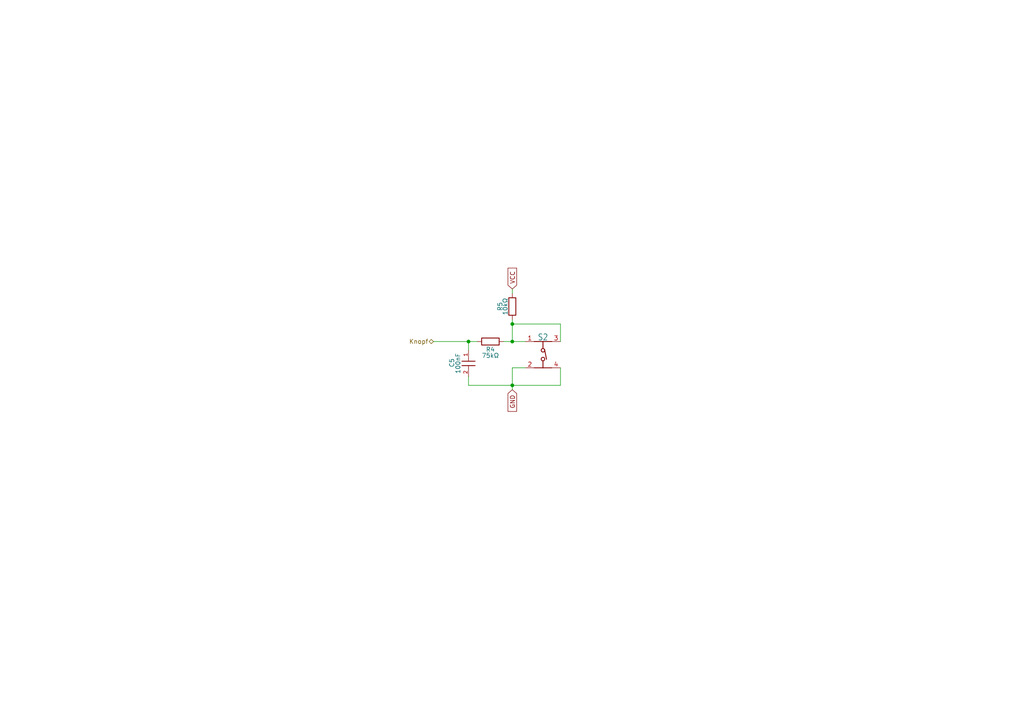
<source format=kicad_sch>
(kicad_sch (version 20231120) (generator "eeschema") (generator_version "8.0")
  (paper "A4")
  (lib_symbols
    (symbol "Device:R" (pin_numbers hide) (pin_names (offset 0))
      (property "Reference" "R" (at 2.032 0 90))
      (property "Value" "R" (at 0 0 90))
      (symbol "R_0_1"
        (rectangle (start -1.016 -2.54) (end 1.016 2.54) (stroke (width 0.254)))
      )
      (symbol "R_1_1"
        (pin passive line (at 0 3.81 270) (length 1.27) (name "~") (number "1"))
        (pin passive line (at 0 -3.81 90) (length 1.27) (name "~") (number "2"))
      )
    )
    (symbol "Projektarbeit_button:430182050816"
      (property "Reference" "S" (at 0 5.842 0))
      (symbol "430182050816_1_0"
        (polyline (pts (xy 0 -2.54) (xy -2.54 -2.54)) (stroke (width 0.254)))
        (polyline (pts (xy 0 -2.54) (xy 0 -0.635)) (stroke (width 0.254)))
        (polyline (pts (xy 0 3.175) (xy 0 5.08)) (stroke (width 0.254)))
        (polyline (pts (xy 0 5.08) (xy -2.54 5.08)) (stroke (width 0.254)))
        (polyline (pts (xy 0.47 2.74) (xy 1.04 -0.07)) (stroke (width 0.254)))
        (polyline (pts (xy 2.54 -2.54) (xy 0 -2.54)) (stroke (width 0.254)))
        (polyline (pts (xy 2.54 5.08) (xy 0 5.08)) (stroke (width 0.254)))
        (circle (center 0 0) (radius 0.508) (stroke (width 0.254)))
        (circle (center 0 2.54) (radius 0.508) (stroke (width 0.254)))
        (pin passive line (at -5.08 5.08 0) (length 2.54) (name "1") (number "1"))
        (pin passive line (at -5.08 -2.54 0) (length 2.54) (name "2") (number "2"))
        (pin passive line (at 5.08 5.08 180) (length 2.54) (name "3") (number "3"))
        (pin passive line (at 5.08 -2.54 180) (length 2.54) (name "4") (number "4"))
      )
    )
    (symbol "WCAP-CSGP_1210_H2.0:WCAP-CSGP_1210_H2.0" (pin_names (offset 1.016))
      (property "Reference" "C" (at 1.27 2.54 0))
      (property "Value" "WCAP-CSGP_1210_H2.0" (at 1.27 -5.08 0))
      (symbol "WCAP-CSGP_1210_H2.0_0_0"
        (polyline (pts (xy 0 0) (xy 0.6426 0)) (stroke (width 0.1524)))
        (polyline (pts (xy 0.635 -1.905) (xy 0.635 1.905)) (stroke (width 0.254)))
        (polyline (pts (xy 1.905 1.905) (xy 1.905 -1.905)) (stroke (width 0.254)))
        (polyline (pts (xy 1.9279 0) (xy 2.5705 0)) (stroke (width 0.1524)))
        (pin passive line (at -2.54 0 0) (length 2.54) (name "~") (number "1"))
        (pin passive line (at 5.08 0 180) (length 2.54) (name "~") (number "2"))
      )
    )
  )
  (junction (at 148.59 99.06))
  (junction (at 148.59 93.98))
  (junction (at 135.89 99.06))
  (junction (at 148.59 111.76))
  (wire (pts (xy 148.59 92.71) (xy 148.59 93.98)))
  (wire (pts (xy 125.73 99.06) (xy 135.89 99.06)))
  (wire (pts (xy 135.89 99.06) (xy 138.43 99.06)))
  (wire (pts (xy 148.59 106.68) (xy 152.4 106.68)))
  (wire (pts (xy 162.56 99.06) (xy 162.56 93.98)))
  (wire (pts (xy 148.59 111.76) (xy 162.56 111.76)))
  (wire (pts (xy 135.89 111.76) (xy 148.59 111.76)))
  (wire (pts (xy 135.89 99.06) (xy 135.89 101.6)))
  (wire (pts (xy 148.59 93.98) (xy 148.59 99.06)))
  (wire (pts (xy 148.59 106.68) (xy 148.59 111.76)))
  (wire (pts (xy 148.59 99.06) (xy 152.4 99.06)))
  (wire (pts (xy 148.59 93.98) (xy 162.56 93.98)))
  (wire (pts (xy 148.59 113.03) (xy 148.59 111.76)))
  (wire (pts (xy 146.05 99.06) (xy 148.59 99.06)))
  (wire (pts (xy 162.56 106.68) (xy 162.56 111.76)))
  (wire (pts (xy 135.89 109.22) (xy 135.89 111.76)))
  (wire (pts (xy 148.59 83.82) (xy 148.59 85.09)))
  (global_label "GND" (shape input) (at 148.59 113.03 270) (property "Intersheetrefs" "${INTERSHEET_REFS}" (effects (hide yes))))
  (global_label "VCC" (shape input) (at 148.59 83.82 90) (property "Intersheetrefs" "${INTERSHEET_REFS}" (effects (hide yes))))
  (hierarchical_label "Knopf" (shape bidirectional) (at 125.73 99.06 180))
  (symbol (lib_id "Device:R") (at 142.24 99.06 90) (unit 1)
    (property "Reference" "R4" (at 142.24 101.346 90))
    (property "Value" "75kΩ" (at 142.24 103.124 90))
    (property "Footprint" "Resistor_SMD:R_0805_2012Metric_Pad1.20x1.40mm_HandSolder" (effects (hide yes)))
    (property "Description" "Resistor" (effects (hide yes)))
  )
  (symbol (lib_id "Device:R") (at 148.59 88.9 0) (unit 1)
    (property "Reference" "R5" (at 145.034 88.9 90))
    (property "Value" "10kΩ" (at 146.558 88.9 90))
    (property "Footprint" "Resistor_SMD:R_0805_2012Metric_Pad1.20x1.40mm_HandSolder" (effects (hide yes)))
    (property "Description" "Resistor" (effects (hide yes)))
  )
  (symbol (lib_id "Projektarbeit_button:430182050816") (at 157.48 104.14 0) (unit 1)
    (property "Reference" "S2" (at 157.48 97.79 0) (effects (font (size 1.778 1.5113))))
    (property "Value" "430182050816" (effects (hide yes)))
    (property "Footprint" "footprints:430182050816" (effects (hide yes)))
    (property "Description" "WS-TASV SMT Tact Switch 6x6 mm  Material Properties Cover Material : Stainless Steel  Properties Actuator Material:LCP Actuator Flammability :UL94 V-0 Rating Actuator Color:Black; Salmon; White Frame Material:LCP Flammability Rating:UL94 V-0 Frame Color:Black Contact Material:Stainless Steel Contact Plating:Silver Terminal Material:Copper Alloy Terminal Plating:Silver VR:12 V (DC) Contact Resistance Initial:100 mΩ Contact Resistance After Life Test:2Ω RISO:100 MΩ Withstanding Voltage:250 V (AC) Washable:No Qty.:4000;5000   Mechanical Properties Electrical Life:400; 550; 1000 Stroke :0.25 mm General Information\n\nOperating Temperature:-40 up to +85 °C Washable:No Packaging Properties\nPackaging:Tape and Reel\n\nhttps://www.we-online.com/catalog/media/o37470v209%20Family_WS-TASV_6x6mm_SMD_Tact_Switch_4301820xx8xx.jpg\n\nDetails see: https://www.we-online.com/catalog/en/TASV_6X6_SMD/ https://www.we-online.com/catalog/en/TASV_6X6_SMD/\n\nUpdated by yingchun,Shan;2020-02-18\n2020(C) Würth Elektronik" (effects (hide yes)))
  )
  (symbol (lib_id "WCAP-CSGP_1210_H2.0:WCAP-CSGP_1210_H2.0") (at 135.89 104.14 270) (unit 1)
    (property "Reference" "C5" (at 131.064 103.886 0) (effects (justify left)))
    (property "Value" "100nF" (at 132.842 102.362 0) (effects (justify left)))
    (property "Footprint" "footprints:WCAP-CSGP_1210_H2.0" (effects (hide yes)))
  )
)
</source>
